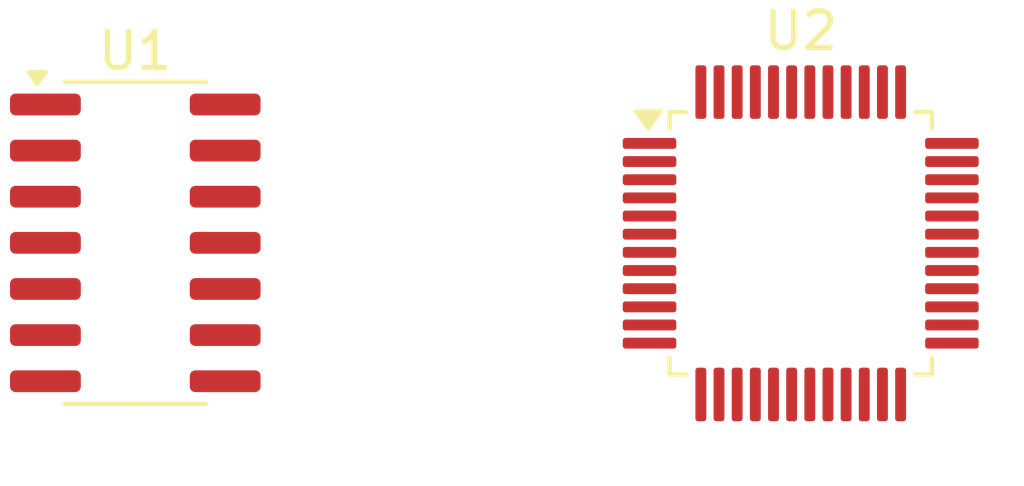
<source format=kicad_pcb>
(kicad_pcb (version 20241229) (generator "pcbnew") (generator_version "9.0")
  (layers (0 "F.Cu" signal) (2 "B.Cu" signal) (13 "F.Paste" user) (15 "B.Paste" user) (5 "F.SilkS" user "F.Silkscreen") (7 "B.SilkS" user "B.Silkscreen") (1 "F.Mask" user) (3 "B.Mask" user) (25 "Edge.Cuts" user))
  (net 0 "")
  (net 37 "Net-(U2-VSS-Pad23)")
  (net 47 "Net-(U1B-+)")
  (net 48 "Node_3")
  (net 49 "Node_1")
  (net 50 "Net-(U1A-+)")
  (net 51 "Net-(U1C-+)")
  (net 52 "Net-(U1D-+)")
  (net 53 "Node_4")
  (net 54 "Node_2")
  (net 55 "-3.3V")
  (net 56 "+3.3V")
  (footprint "Package_QFP:LQFP-48_7x7mm_P0.5mm" (layer "F.Cu") (at 154.7845 96.278)
    (property "Reference" "U2" (at 0 -5.85 0) (layer "F.SilkS"))
    (property "Value" "STM32F303CBTx")
    (fp_line (start -3.61 -3.61) (end -3.61 -3.16) (stroke (width 0.12)) (layer "F.SilkS"))
    (fp_line (start -3.61 3.61) (end -3.61 3.16) (stroke (width 0.12)) (layer "F.SilkS"))
    (fp_line (start -3.16 -3.61) (end -3.61 -3.61) (stroke (width 0.12)) (layer "F.SilkS"))
    (fp_line (start -3.16 3.61) (end -3.61 3.61) (stroke (width 0.12)) (layer "F.SilkS"))
    (fp_line (start 3.16 -3.61) (end 3.61 -3.61) (stroke (width 0.12)) (layer "F.SilkS"))
    (fp_line (start 3.16 3.61) (end 3.61 3.61) (stroke (width 0.12)) (layer "F.SilkS"))
    (fp_line (start 3.61 -3.61) (end 3.61 -3.16) (stroke (width 0.12)) (layer "F.SilkS"))
    (fp_line (start 3.61 3.61) (end 3.61 3.16) (stroke (width 0.12)) (layer "F.SilkS"))
    (fp_poly (pts (xy -4.2 -3.16) (xy -4.54 -3.63) (xy -3.86 -3.63)) (stroke (width 0.12)) (fill yes) (layer "F.SilkS"))
    (pad "1" smd roundrect (at -4.1625 -2.75) (size 1.475 0.3) (layers "F.Cu" "F.Mask" "F.Paste"))
    (pad "2" smd roundrect (at -4.1625 -2.25) (size 1.475 0.3) (layers "F.Cu" "F.Mask" "F.Paste"))
    (pad "3" smd roundrect (at -4.1625 -1.75) (size 1.475 0.3) (layers "F.Cu" "F.Mask" "F.Paste"))
    (pad "4" smd roundrect (at -4.1625 -1.25) (size 1.475 0.3) (layers "F.Cu" "F.Mask" "F.Paste"))
    (pad "5" smd roundrect (at -4.1625 -0.75) (size 1.475 0.3) (layers "F.Cu" "F.Mask" "F.Paste"))
    (pad "6" smd roundrect (at -4.1625 -0.25) (size 1.475 0.3) (layers "F.Cu" "F.Mask" "F.Paste"))
    (pad "7" smd roundrect (at -4.1625 0.25) (size 1.475 0.3) (layers "F.Cu" "F.Mask" "F.Paste"))
    (pad "8" smd roundrect (at -4.1625 0.75) (size 1.475 0.3) (layers "F.Cu" "F.Mask" "F.Paste"))
    (pad "9" smd roundrect (at -4.1625 1.25) (size 1.475 0.3) (layers "F.Cu" "F.Mask" "F.Paste"))
    (pad "10" smd roundrect (at -4.1625 1.75) (size 1.475 0.3) (layers "F.Cu" "F.Mask" "F.Paste"))
    (pad "11" smd roundrect (at -4.1625 2.25) (size 1.475 0.3) (layers "F.Cu" "F.Mask" "F.Paste"))
    (pad "12" smd roundrect (at -4.1625 2.75) (size 1.475 0.3) (layers "F.Cu" "F.Mask" "F.Paste"))
    (pad "13" smd roundrect (at -2.75 4.1625) (size 0.3 1.475) (layers "F.Cu" "F.Mask" "F.Paste"))
    (pad "14" smd roundrect (at -2.25 4.1625) (size 0.3 1.475) (layers "F.Cu" "F.Mask" "F.Paste"))
    (pad "15" smd roundrect (at -1.75 4.1625) (size 0.3 1.475) (layers "F.Cu" "F.Mask" "F.Paste"))
    (pad "16" smd roundrect (at -1.25 4.1625) (size 0.3 1.475) (layers "F.Cu" "F.Mask" "F.Paste"))
    (pad "17" smd roundrect (at -0.75 4.1625) (size 0.3 1.475) (layers "F.Cu" "F.Mask" "F.Paste"))
    (pad "18" smd roundrect (at -0.25 4.1625) (size 0.3 1.475) (layers "F.Cu" "F.Mask" "F.Paste"))
    (pad "19" smd roundrect (at 0.25 4.1625) (size 0.3 1.475) (layers "F.Cu" "F.Mask" "F.Paste"))
    (pad "20" smd roundrect (at 0.75 4.1625) (size 0.3 1.475) (layers "F.Cu" "F.Mask" "F.Paste"))
    (pad "21" smd roundrect (at 1.25 4.1625) (size 0.3 1.475) (layers "F.Cu" "F.Mask" "F.Paste"))
    (pad "22" smd roundrect (at 1.75 4.1625) (size 0.3 1.475) (layers "F.Cu" "F.Mask" "F.Paste"))
    (pad "23" smd roundrect (at 2.25 4.1625) (size 0.3 1.475) (layers "F.Cu" "F.Mask" "F.Paste") (net 37 "Net-(U2-VSS-Pad23)"))
    (pad "24" smd roundrect (at 2.75 4.1625) (size 0.3 1.475) (layers "F.Cu" "F.Mask" "F.Paste"))
    (pad "25" smd roundrect (at 4.1625 2.75) (size 1.475 0.3) (layers "F.Cu" "F.Mask" "F.Paste"))
    (pad "26" smd roundrect (at 4.1625 2.25) (size 1.475 0.3) (layers "F.Cu" "F.Mask" "F.Paste"))
    (pad "27" smd roundrect (at 4.1625 1.75) (size 1.475 0.3) (layers "F.Cu" "F.Mask" "F.Paste"))
    (pad "28" smd roundrect (at 4.1625 1.25) (size 1.475 0.3) (layers "F.Cu" "F.Mask" "F.Paste"))
    (pad "29" smd roundrect (at 4.1625 0.75) (size 1.475 0.3) (layers "F.Cu" "F.Mask" "F.Paste"))
    (pad "30" smd roundrect (at 4.1625 0.25) (size 1.475 0.3) (layers "F.Cu" "F.Mask" "F.Paste"))
    (pad "31" smd roundrect (at 4.1625 -0.25) (size 1.475 0.3) (layers "F.Cu" "F.Mask" "F.Paste"))
    (pad "32" smd roundrect (at 4.1625 -0.75) (size 1.475 0.3) (layers "F.Cu" "F.Mask" "F.Paste"))
    (pad "33" smd roundrect (at 4.1625 -1.25) (size 1.475 0.3) (layers "F.Cu" "F.Mask" "F.Paste"))
    (pad "34" smd roundrect (at 4.1625 -1.75) (size 1.475 0.3) (layers "F.Cu" "F.Mask" "F.Paste"))
    (pad "35" smd roundrect (at 4.1625 -2.25) (size 1.475 0.3) (layers "F.Cu" "F.Mask" "F.Paste") (net 37 "Net-(U2-VSS-Pad23)"))
    (pad "36" smd roundrect (at 4.1625 -2.75) (size 1.475 0.3) (layers "F.Cu" "F.Mask" "F.Paste"))
    (pad "37" smd roundrect (at 2.75 -4.1625) (size 0.3 1.475) (layers "F.Cu" "F.Mask" "F.Paste"))
    (pad "38" smd roundrect (at 2.25 -4.1625) (size 0.3 1.475) (layers "F.Cu" "F.Mask" "F.Paste"))
    (pad "39" smd roundrect (at 1.75 -4.1625) (size 0.3 1.475) (layers "F.Cu" "F.Mask" "F.Paste"))
    (pad "40" smd roundrect (at 1.25 -4.1625) (size 0.3 1.475) (layers "F.Cu" "F.Mask" "F.Paste"))
    (pad "41" smd roundrect (at 0.75 -4.1625) (size 0.3 1.475) (layers "F.Cu" "F.Mask" "F.Paste"))
    (pad "42" smd roundrect (at 0.25 -4.1625) (size 0.3 1.475) (layers "F.Cu" "F.Mask" "F.Paste"))
    (pad "43" smd roundrect (at -0.25 -4.1625) (size 0.3 1.475) (layers "F.Cu" "F.Mask" "F.Paste"))
    (pad "44" smd roundrect (at -0.75 -4.1625) (size 0.3 1.475) (layers "F.Cu" "F.Mask" "F.Paste"))
    (pad "45" smd roundrect (at -1.25 -4.1625) (size 0.3 1.475) (layers "F.Cu" "F.Mask" "F.Paste"))
    (pad "46" smd roundrect (at -1.75 -4.1625) (size 0.3 1.475) (layers "F.Cu" "F.Mask" "F.Paste"))
    (pad "47" smd roundrect (at -2.25 -4.1625) (size 0.3 1.475) (layers "F.Cu" "F.Mask" "F.Paste") (net 37 "Net-(U2-VSS-Pad23)"))
    (pad "48" smd roundrect (at -2.75 -4.1625) (size 0.3 1.475) (layers "F.Cu" "F.Mask" "F.Paste"))
  )
  (footprint "Package_SO:SOIC-14_3.9x8.7mm_P1.27mm" (layer "F.Cu") (at 136.463 96.266)
    (property "Reference" "U1" (at 0 -5.28 0) (layer "F.SilkS"))
    (property "Value" "LM324")
    (fp_line (start 0 -4.435) (end -1.95 -4.435) (stroke (width 0.12)) (layer "F.SilkS"))
    (fp_line (start 0 -4.435) (end 1.95 -4.435) (stroke (width 0.12)) (layer "F.SilkS"))
    (fp_line (start 0 4.435) (end -1.95 4.435) (stroke (width 0.12)) (layer "F.SilkS"))
    (fp_line (start 0 4.435) (end 1.95 4.435) (stroke (width 0.12)) (layer "F.SilkS"))
    (fp_poly (pts (xy -2.7 -4.37) (xy -2.94 -4.7) (xy -2.46 -4.7)) (stroke (width 0.12)) (fill yes) (layer "F.SilkS"))
    (pad "1" smd roundrect (at -2.475 -3.81) (size 1.95 0.6) (layers "F.Cu" "F.Mask" "F.Paste") (net 49 "Node_1"))
    (pad "2" smd roundrect (at -2.475 -2.54) (size 1.95 0.6) (layers "F.Cu" "F.Mask" "F.Paste") (net 49 "Node_1"))
    (pad "3" smd roundrect (at -2.475 -1.27) (size 1.95 0.6) (layers "F.Cu" "F.Mask" "F.Paste") (net 50 "Net-(U1A-+)"))
    (pad "4" smd roundrect (at -2.475 0) (size 1.95 0.6) (layers "F.Cu" "F.Mask" "F.Paste") (net 56 "+3.3V"))
    (pad "5" smd roundrect (at -2.475 1.27) (size 1.95 0.6) (layers "F.Cu" "F.Mask" "F.Paste") (net 47 "Net-(U1B-+)"))
    (pad "6" smd roundrect (at -2.475 2.54) (size 1.95 0.6) (layers "F.Cu" "F.Mask" "F.Paste") (net 54 "Node_2"))
    (pad "7" smd roundrect (at -2.475 3.81) (size 1.95 0.6) (layers "F.Cu" "F.Mask" "F.Paste") (net 54 "Node_2"))
    (pad "8" smd roundrect (at 2.475 3.81) (size 1.95 0.6) (layers "F.Cu" "F.Mask" "F.Paste") (net 48 "Node_3"))
    (pad "9" smd roundrect (at 2.475 2.54) (size 1.95 0.6) (layers "F.Cu" "F.Mask" "F.Paste") (net 48 "Node_3"))
    (pad "10" smd roundrect (at 2.475 1.27) (size 1.95 0.6) (layers "F.Cu" "F.Mask" "F.Paste") (net 51 "Net-(U1C-+)"))
    (pad "11" smd roundrect (at 2.475 0) (size 1.95 0.6) (layers "F.Cu" "F.Mask" "F.Paste") (net 55 "-3.3V"))
    (pad "12" smd roundrect (at 2.475 -1.27) (size 1.95 0.6) (layers "F.Cu" "F.Mask" "F.Paste") (net 52 "Net-(U1D-+)"))
    (pad "13" smd roundrect (at 2.475 -2.54) (size 1.95 0.6) (layers "F.Cu" "F.Mask" "F.Paste") (net 53 "Node_4"))
    (pad "14" smd roundrect (at 2.475 -3.81) (size 1.95 0.6) (layers "F.Cu" "F.Mask" "F.Paste") (net 53 "Node_4"))
  )
)
</source>
